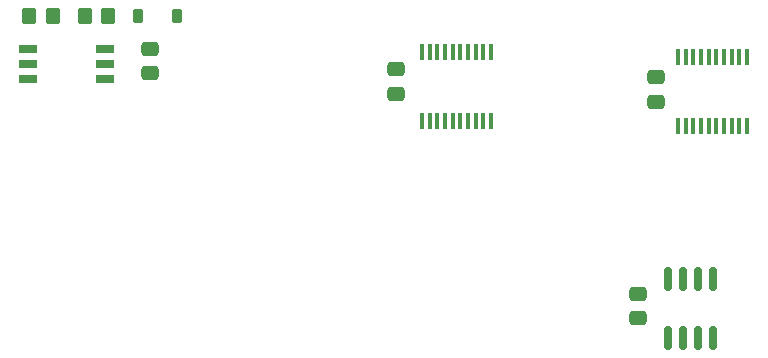
<source format=gtp>
G04 #@! TF.GenerationSoftware,KiCad,Pcbnew,8.0.8*
G04 #@! TF.CreationDate,2025-03-23T17:19:21+09:00*
G04 #@! TF.ProjectId,mainBorad,6d61696e-426f-4726-9164-2e6b69636164,rev?*
G04 #@! TF.SameCoordinates,Original*
G04 #@! TF.FileFunction,Paste,Top*
G04 #@! TF.FilePolarity,Positive*
%FSLAX46Y46*%
G04 Gerber Fmt 4.6, Leading zero omitted, Abs format (unit mm)*
G04 Created by KiCad (PCBNEW 8.0.8) date 2025-03-23 17:19:21*
%MOMM*%
%LPD*%
G01*
G04 APERTURE LIST*
G04 Aperture macros list*
%AMRoundRect*
0 Rectangle with rounded corners*
0 $1 Rounding radius*
0 $2 $3 $4 $5 $6 $7 $8 $9 X,Y pos of 4 corners*
0 Add a 4 corners polygon primitive as box body*
4,1,4,$2,$3,$4,$5,$6,$7,$8,$9,$2,$3,0*
0 Add four circle primitives for the rounded corners*
1,1,$1+$1,$2,$3*
1,1,$1+$1,$4,$5*
1,1,$1+$1,$6,$7*
1,1,$1+$1,$8,$9*
0 Add four rect primitives between the rounded corners*
20,1,$1+$1,$2,$3,$4,$5,0*
20,1,$1+$1,$4,$5,$6,$7,0*
20,1,$1+$1,$6,$7,$8,$9,0*
20,1,$1+$1,$8,$9,$2,$3,0*%
G04 Aperture macros list end*
%ADD10RoundRect,0.250000X-0.350000X-0.450000X0.350000X-0.450000X0.350000X0.450000X-0.350000X0.450000X0*%
%ADD11RoundRect,0.250000X-0.475000X0.337500X-0.475000X-0.337500X0.475000X-0.337500X0.475000X0.337500X0*%
%ADD12R,1.650000X0.700000*%
%ADD13R,0.450000X1.475000*%
%ADD14RoundRect,0.150000X0.150000X-0.825000X0.150000X0.825000X-0.150000X0.825000X-0.150000X-0.825000X0*%
%ADD15RoundRect,0.225000X-0.225000X-0.375000X0.225000X-0.375000X0.225000X0.375000X-0.225000X0.375000X0*%
G04 APERTURE END LIST*
D10*
X83360000Y-41275000D03*
X85360000Y-41275000D03*
D11*
X130175000Y-64770000D03*
X130175000Y-66845000D03*
D12*
X78570000Y-44075000D03*
X78570000Y-45345000D03*
X78570000Y-46615000D03*
X85070000Y-46615000D03*
X85070000Y-45345000D03*
X85070000Y-44075000D03*
D13*
X111920000Y-50143000D03*
X112570000Y-50143000D03*
X113220000Y-50143000D03*
X113870000Y-50143000D03*
X114520000Y-50143000D03*
X115170000Y-50143000D03*
X115820000Y-50143000D03*
X116470000Y-50143000D03*
X117120000Y-50143000D03*
X117770000Y-50143000D03*
X117770000Y-44267000D03*
X117120000Y-44267000D03*
X116470000Y-44267000D03*
X115820000Y-44267000D03*
X115170000Y-44267000D03*
X114520000Y-44267000D03*
X113870000Y-44267000D03*
X113220000Y-44267000D03*
X112570000Y-44267000D03*
X111920000Y-44267000D03*
D11*
X88900000Y-44047500D03*
X88900000Y-46122500D03*
D14*
X132715000Y-68515000D03*
X133985000Y-68515000D03*
X135255000Y-68515000D03*
X136525000Y-68515000D03*
X136525000Y-63565000D03*
X135255000Y-63565000D03*
X133985000Y-63565000D03*
X132715000Y-63565000D03*
D10*
X78645000Y-41275000D03*
X80645000Y-41275000D03*
D11*
X109765000Y-45765000D03*
X109765000Y-47840000D03*
X131770000Y-46422000D03*
X131770000Y-48497000D03*
D15*
X87885000Y-41275000D03*
X91185000Y-41275000D03*
D13*
X133600000Y-50563000D03*
X134250000Y-50563000D03*
X134900000Y-50563000D03*
X135550000Y-50563000D03*
X136200000Y-50563000D03*
X136850000Y-50563000D03*
X137500000Y-50563000D03*
X138150000Y-50563000D03*
X138800000Y-50563000D03*
X139450000Y-50563000D03*
X139450000Y-44687000D03*
X138800000Y-44687000D03*
X138150000Y-44687000D03*
X137500000Y-44687000D03*
X136850000Y-44687000D03*
X136200000Y-44687000D03*
X135550000Y-44687000D03*
X134900000Y-44687000D03*
X134250000Y-44687000D03*
X133600000Y-44687000D03*
M02*

</source>
